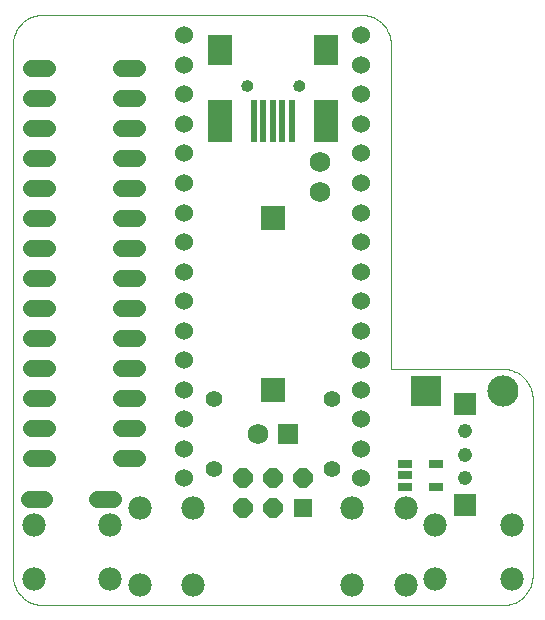
<source format=gbs>
G75*
G70*
%OFA0B0*%
%FSLAX24Y24*%
%IPPOS*%
%LPD*%
%AMOC8*
5,1,8,0,0,1.08239X$1,22.5*
%
%ADD10C,0.0000*%
%ADD11C,0.0600*%
%ADD12R,0.0800X0.0800*%
%ADD13R,0.0690X0.0690*%
%ADD14C,0.0690*%
%ADD15R,0.1040X0.1040*%
%ADD16C,0.1040*%
%ADD17R,0.0512X0.0257*%
%ADD18C,0.0560*%
%ADD19C,0.0780*%
%ADD20C,0.0555*%
%ADD21R,0.0749X0.0749*%
%ADD22C,0.0476*%
%ADD23OC8,0.0640*%
%ADD24R,0.0640X0.0640*%
%ADD25R,0.0827X0.1024*%
%ADD26R,0.0827X0.1418*%
%ADD27R,0.0237X0.1418*%
%ADD28C,0.0394*%
D10*
X001269Y001047D02*
X016592Y001047D01*
X016652Y001049D01*
X016713Y001054D01*
X016772Y001063D01*
X016831Y001076D01*
X016890Y001092D01*
X016947Y001112D01*
X017002Y001135D01*
X017057Y001162D01*
X017109Y001191D01*
X017160Y001224D01*
X017209Y001260D01*
X017255Y001298D01*
X017299Y001340D01*
X017341Y001384D01*
X017379Y001430D01*
X017415Y001479D01*
X017448Y001530D01*
X017477Y001582D01*
X017504Y001637D01*
X017527Y001692D01*
X017547Y001749D01*
X017563Y001808D01*
X017576Y001867D01*
X017585Y001926D01*
X017590Y001987D01*
X017592Y002047D01*
X017592Y007921D01*
X017590Y007981D01*
X017585Y008042D01*
X017576Y008101D01*
X017563Y008160D01*
X017547Y008219D01*
X017527Y008276D01*
X017504Y008331D01*
X017477Y008386D01*
X017448Y008438D01*
X017415Y008489D01*
X017379Y008538D01*
X017341Y008584D01*
X017299Y008628D01*
X017255Y008670D01*
X017209Y008708D01*
X017160Y008744D01*
X017109Y008777D01*
X017057Y008806D01*
X017002Y008833D01*
X016947Y008856D01*
X016890Y008876D01*
X016831Y008892D01*
X016772Y008905D01*
X016713Y008914D01*
X016652Y008919D01*
X016592Y008921D01*
X012867Y008921D01*
X012867Y019732D01*
X012865Y019792D01*
X012860Y019853D01*
X012851Y019912D01*
X012838Y019971D01*
X012822Y020030D01*
X012802Y020087D01*
X012779Y020142D01*
X012752Y020197D01*
X012723Y020249D01*
X012690Y020300D01*
X012654Y020349D01*
X012616Y020395D01*
X012574Y020439D01*
X012530Y020481D01*
X012484Y020519D01*
X012435Y020555D01*
X012384Y020588D01*
X012332Y020617D01*
X012277Y020644D01*
X012222Y020667D01*
X012165Y020687D01*
X012106Y020703D01*
X012047Y020716D01*
X011988Y020725D01*
X011927Y020730D01*
X011867Y020732D01*
X001269Y020732D01*
X001209Y020730D01*
X001148Y020725D01*
X001089Y020716D01*
X001030Y020703D01*
X000971Y020687D01*
X000914Y020667D01*
X000859Y020644D01*
X000804Y020617D01*
X000752Y020588D01*
X000701Y020555D01*
X000652Y020519D01*
X000606Y020481D01*
X000562Y020439D01*
X000520Y020395D01*
X000482Y020349D01*
X000446Y020300D01*
X000413Y020249D01*
X000384Y020197D01*
X000357Y020142D01*
X000334Y020087D01*
X000314Y020030D01*
X000298Y019971D01*
X000285Y019912D01*
X000276Y019853D01*
X000271Y019792D01*
X000269Y019732D01*
X000269Y002047D01*
X000271Y001987D01*
X000276Y001926D01*
X000285Y001867D01*
X000298Y001808D01*
X000314Y001749D01*
X000334Y001692D01*
X000357Y001637D01*
X000384Y001582D01*
X000413Y001530D01*
X000446Y001479D01*
X000482Y001430D01*
X000520Y001384D01*
X000562Y001340D01*
X000606Y001298D01*
X000652Y001260D01*
X000701Y001224D01*
X000752Y001191D01*
X000804Y001162D01*
X000859Y001135D01*
X000914Y001112D01*
X000971Y001092D01*
X001030Y001076D01*
X001089Y001063D01*
X001148Y001054D01*
X001209Y001049D01*
X001269Y001047D01*
X007887Y018370D02*
X007889Y018396D01*
X007895Y018422D01*
X007905Y018447D01*
X007918Y018470D01*
X007934Y018490D01*
X007954Y018508D01*
X007976Y018523D01*
X007999Y018535D01*
X008025Y018543D01*
X008051Y018547D01*
X008077Y018547D01*
X008103Y018543D01*
X008129Y018535D01*
X008153Y018523D01*
X008174Y018508D01*
X008194Y018490D01*
X008210Y018470D01*
X008223Y018447D01*
X008233Y018422D01*
X008239Y018396D01*
X008241Y018370D01*
X008239Y018344D01*
X008233Y018318D01*
X008223Y018293D01*
X008210Y018270D01*
X008194Y018250D01*
X008174Y018232D01*
X008152Y018217D01*
X008129Y018205D01*
X008103Y018197D01*
X008077Y018193D01*
X008051Y018193D01*
X008025Y018197D01*
X007999Y018205D01*
X007975Y018217D01*
X007954Y018232D01*
X007934Y018250D01*
X007918Y018270D01*
X007905Y018293D01*
X007895Y018318D01*
X007889Y018344D01*
X007887Y018370D01*
X009619Y018370D02*
X009621Y018396D01*
X009627Y018422D01*
X009637Y018447D01*
X009650Y018470D01*
X009666Y018490D01*
X009686Y018508D01*
X009708Y018523D01*
X009731Y018535D01*
X009757Y018543D01*
X009783Y018547D01*
X009809Y018547D01*
X009835Y018543D01*
X009861Y018535D01*
X009885Y018523D01*
X009906Y018508D01*
X009926Y018490D01*
X009942Y018470D01*
X009955Y018447D01*
X009965Y018422D01*
X009971Y018396D01*
X009973Y018370D01*
X009971Y018344D01*
X009965Y018318D01*
X009955Y018293D01*
X009942Y018270D01*
X009926Y018250D01*
X009906Y018232D01*
X009884Y018217D01*
X009861Y018205D01*
X009835Y018197D01*
X009809Y018193D01*
X009783Y018193D01*
X009757Y018197D01*
X009731Y018205D01*
X009707Y018217D01*
X009686Y018232D01*
X009666Y018250D01*
X009650Y018270D01*
X009637Y018293D01*
X009627Y018318D01*
X009621Y018344D01*
X009619Y018370D01*
D11*
X011883Y018074D03*
X011883Y017090D03*
X011883Y016106D03*
X011883Y015121D03*
X011883Y014137D03*
X011883Y013153D03*
X011883Y012169D03*
X011883Y011184D03*
X011883Y010200D03*
X011883Y009216D03*
X011883Y008232D03*
X011883Y007247D03*
X011883Y006263D03*
X011883Y005279D03*
X005977Y005279D03*
X005977Y006263D03*
X005977Y007247D03*
X005977Y008232D03*
X005977Y009216D03*
X005977Y010200D03*
X005977Y011184D03*
X005977Y012169D03*
X005977Y013153D03*
X005977Y014137D03*
X005977Y015121D03*
X005977Y016106D03*
X005977Y017090D03*
X005977Y018074D03*
X005977Y019058D03*
X005977Y020043D03*
X011883Y020043D03*
X011883Y019058D03*
D12*
X008930Y013961D03*
X008930Y008211D03*
D13*
X009430Y006755D03*
D14*
X008430Y006755D03*
X010505Y014826D03*
X010505Y015826D03*
D15*
X014048Y008177D03*
D16*
X016607Y008177D03*
D17*
X014363Y005751D03*
X014363Y005003D03*
X013340Y005003D03*
X013340Y005377D03*
X013340Y005751D03*
D18*
X004391Y005964D02*
X003871Y005964D01*
X003871Y006964D02*
X004391Y006964D01*
X004391Y007964D02*
X003871Y007964D01*
X003871Y008964D02*
X004391Y008964D01*
X004391Y009964D02*
X003871Y009964D01*
X003871Y010964D02*
X004391Y010964D01*
X004391Y011964D02*
X003871Y011964D01*
X003871Y012964D02*
X004391Y012964D01*
X004391Y013964D02*
X003871Y013964D01*
X003871Y014964D02*
X004391Y014964D01*
X004391Y015964D02*
X003871Y015964D01*
X003871Y016964D02*
X004391Y016964D01*
X004391Y017964D02*
X003871Y017964D01*
X003871Y018964D02*
X004391Y018964D01*
X001391Y018964D02*
X000871Y018964D01*
X000871Y017964D02*
X001391Y017964D01*
X001391Y016964D02*
X000871Y016964D01*
X000871Y015964D02*
X001391Y015964D01*
X001391Y014964D02*
X000871Y014964D01*
X000871Y013964D02*
X001391Y013964D01*
X001391Y012964D02*
X000871Y012964D01*
X000871Y011964D02*
X001391Y011964D01*
X001391Y010964D02*
X000871Y010964D01*
X000871Y009964D02*
X001391Y009964D01*
X001391Y008964D02*
X000871Y008964D01*
X000871Y007964D02*
X001391Y007964D01*
X001391Y006964D02*
X000871Y006964D01*
X000871Y005964D02*
X001391Y005964D01*
X001316Y004590D02*
X000796Y004590D01*
X003084Y004590D02*
X003604Y004590D01*
D19*
X003517Y003708D03*
X004497Y004295D03*
X006277Y004295D03*
X006277Y001735D03*
X004497Y001735D03*
X003517Y001928D03*
X000957Y001928D03*
X000957Y003708D03*
X011584Y004295D03*
X013364Y004295D03*
X014343Y003708D03*
X014343Y001928D03*
X013364Y001735D03*
X011584Y001735D03*
X016903Y001928D03*
X016903Y003708D03*
D20*
X010899Y005574D03*
X010899Y007936D03*
X006962Y007936D03*
X006962Y005574D03*
D21*
X015328Y004393D03*
X015328Y007740D03*
D22*
X015328Y006854D03*
X015328Y006066D03*
X015328Y005279D03*
D23*
X009930Y005287D03*
X008930Y005287D03*
X008930Y004287D03*
X007930Y004287D03*
X007930Y005287D03*
D24*
X009930Y004287D03*
D25*
X010702Y019551D03*
X007159Y019551D03*
D26*
X007159Y017188D03*
X010702Y017188D03*
D27*
X009560Y017188D03*
X009245Y017188D03*
X008930Y017188D03*
X008615Y017188D03*
X008296Y017184D03*
D28*
X008064Y018370D03*
X009796Y018370D03*
M02*

</source>
